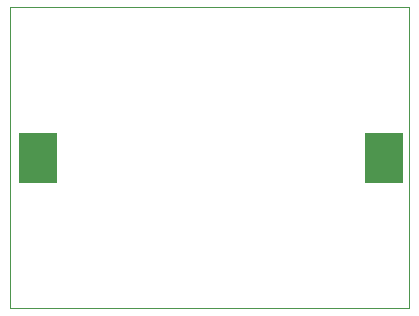
<source format=gbp>
G75*
%MOIN*%
%OFA0B0*%
%FSLAX25Y25*%
%IPPOS*%
%LPD*%
%AMOC8*
5,1,8,0,0,1.08239X$1,22.5*
%
%ADD10C,0.00000*%
%ADD11R,0.12598X0.16535*%
D10*
X0080331Y0048835D02*
X0080331Y0149228D01*
X0213402Y0149228D01*
X0213402Y0048835D01*
X0080331Y0048835D01*
D11*
X0089583Y0099031D03*
X0204937Y0099031D03*
M02*

</source>
